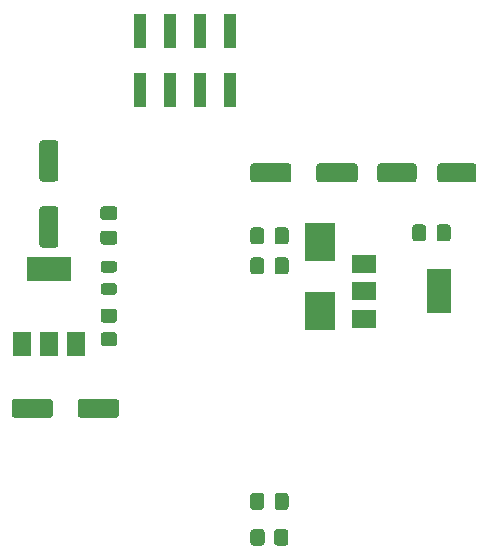
<source format=gtp>
G04 #@! TF.GenerationSoftware,KiCad,Pcbnew,(5.1.12)-1*
G04 #@! TF.CreationDate,2022-10-20T21:18:09-07:00*
G04 #@! TF.ProjectId,Transmisor_de_radio,5472616e-736d-4697-936f-725f64655f72,rev?*
G04 #@! TF.SameCoordinates,Original*
G04 #@! TF.FileFunction,Paste,Top*
G04 #@! TF.FilePolarity,Positive*
%FSLAX46Y46*%
G04 Gerber Fmt 4.6, Leading zero omitted, Abs format (unit mm)*
G04 Created by KiCad (PCBNEW (5.1.12)-1) date 2022-10-20 21:18:09*
%MOMM*%
%LPD*%
G01*
G04 APERTURE LIST*
%ADD10R,2.000000X1.500000*%
%ADD11R,2.000000X3.800000*%
%ADD12R,3.800000X2.000000*%
%ADD13R,1.500000X2.000000*%
%ADD14R,1.000000X3.000000*%
%ADD15R,2.500000X3.325000*%
G04 APERTURE END LIST*
G36*
G01*
X161027000Y-90974000D02*
X161027000Y-89874000D01*
G75*
G02*
X161277000Y-89624000I250000J0D01*
G01*
X164102000Y-89624000D01*
G75*
G02*
X164352000Y-89874000I0J-250000D01*
G01*
X164352000Y-90974000D01*
G75*
G02*
X164102000Y-91224000I-250000J0D01*
G01*
X161277000Y-91224000D01*
G75*
G02*
X161027000Y-90974000I0J250000D01*
G01*
G37*
G36*
G01*
X166102000Y-90974000D02*
X166102000Y-89874000D01*
G75*
G02*
X166352000Y-89624000I250000J0D01*
G01*
X169177000Y-89624000D01*
G75*
G02*
X169427000Y-89874000I0J-250000D01*
G01*
X169427000Y-90974000D01*
G75*
G02*
X169177000Y-91224000I-250000J0D01*
G01*
X166352000Y-91224000D01*
G75*
G02*
X166102000Y-90974000I0J250000D01*
G01*
G37*
G36*
G01*
X133570000Y-109813000D02*
X133570000Y-110913000D01*
G75*
G02*
X133320000Y-111163000I-250000J0D01*
G01*
X130320000Y-111163000D01*
G75*
G02*
X130070000Y-110913000I0J250000D01*
G01*
X130070000Y-109813000D01*
G75*
G02*
X130320000Y-109563000I250000J0D01*
G01*
X133320000Y-109563000D01*
G75*
G02*
X133570000Y-109813000I0J-250000D01*
G01*
G37*
G36*
G01*
X139170000Y-109813000D02*
X139170000Y-110913000D01*
G75*
G02*
X138920000Y-111163000I-250000J0D01*
G01*
X135920000Y-111163000D01*
G75*
G02*
X135670000Y-110913000I0J250000D01*
G01*
X135670000Y-109813000D01*
G75*
G02*
X135920000Y-109563000I250000J0D01*
G01*
X138920000Y-109563000D01*
G75*
G02*
X139170000Y-109813000I0J-250000D01*
G01*
G37*
G36*
G01*
X163983000Y-95979000D02*
X163983000Y-95029000D01*
G75*
G02*
X164233000Y-94779000I250000J0D01*
G01*
X164908000Y-94779000D01*
G75*
G02*
X165158000Y-95029000I0J-250000D01*
G01*
X165158000Y-95979000D01*
G75*
G02*
X164908000Y-96229000I-250000J0D01*
G01*
X164233000Y-96229000D01*
G75*
G02*
X163983000Y-95979000I0J250000D01*
G01*
G37*
G36*
G01*
X166058000Y-95979000D02*
X166058000Y-95029000D01*
G75*
G02*
X166308000Y-94779000I250000J0D01*
G01*
X166983000Y-94779000D01*
G75*
G02*
X167233000Y-95029000I0J-250000D01*
G01*
X167233000Y-95979000D01*
G75*
G02*
X166983000Y-96229000I-250000J0D01*
G01*
X166308000Y-96229000D01*
G75*
G02*
X166058000Y-95979000I0J250000D01*
G01*
G37*
G36*
G01*
X159363000Y-89874000D02*
X159363000Y-90974000D01*
G75*
G02*
X159113000Y-91224000I-250000J0D01*
G01*
X156113000Y-91224000D01*
G75*
G02*
X155863000Y-90974000I0J250000D01*
G01*
X155863000Y-89874000D01*
G75*
G02*
X156113000Y-89624000I250000J0D01*
G01*
X159113000Y-89624000D01*
G75*
G02*
X159363000Y-89874000I0J-250000D01*
G01*
G37*
G36*
G01*
X153763000Y-89874000D02*
X153763000Y-90974000D01*
G75*
G02*
X153513000Y-91224000I-250000J0D01*
G01*
X150513000Y-91224000D01*
G75*
G02*
X150263000Y-90974000I0J250000D01*
G01*
X150263000Y-89874000D01*
G75*
G02*
X150513000Y-89624000I250000J0D01*
G01*
X153513000Y-89624000D01*
G75*
G02*
X153763000Y-89874000I0J-250000D01*
G01*
G37*
G36*
G01*
X150267000Y-118712000D02*
X150267000Y-117762000D01*
G75*
G02*
X150517000Y-117512000I250000J0D01*
G01*
X151192000Y-117512000D01*
G75*
G02*
X151442000Y-117762000I0J-250000D01*
G01*
X151442000Y-118712000D01*
G75*
G02*
X151192000Y-118962000I-250000J0D01*
G01*
X150517000Y-118962000D01*
G75*
G02*
X150267000Y-118712000I0J250000D01*
G01*
G37*
G36*
G01*
X152342000Y-118712000D02*
X152342000Y-117762000D01*
G75*
G02*
X152592000Y-117512000I250000J0D01*
G01*
X153267000Y-117512000D01*
G75*
G02*
X153517000Y-117762000I0J-250000D01*
G01*
X153517000Y-118712000D01*
G75*
G02*
X153267000Y-118962000I-250000J0D01*
G01*
X152592000Y-118962000D01*
G75*
G02*
X152342000Y-118712000I0J250000D01*
G01*
G37*
G36*
G01*
X133773000Y-96752000D02*
X132673000Y-96752000D01*
G75*
G02*
X132423000Y-96502000I0J250000D01*
G01*
X132423000Y-93502000D01*
G75*
G02*
X132673000Y-93252000I250000J0D01*
G01*
X133773000Y-93252000D01*
G75*
G02*
X134023000Y-93502000I0J-250000D01*
G01*
X134023000Y-96502000D01*
G75*
G02*
X133773000Y-96752000I-250000J0D01*
G01*
G37*
G36*
G01*
X133773000Y-91152000D02*
X132673000Y-91152000D01*
G75*
G02*
X132423000Y-90902000I0J250000D01*
G01*
X132423000Y-87902000D01*
G75*
G02*
X132673000Y-87652000I250000J0D01*
G01*
X133773000Y-87652000D01*
G75*
G02*
X134023000Y-87902000I0J-250000D01*
G01*
X134023000Y-90902000D01*
G75*
G02*
X133773000Y-91152000I-250000J0D01*
G01*
G37*
G36*
G01*
X153517000Y-97823000D02*
X153517000Y-98773000D01*
G75*
G02*
X153267000Y-99023000I-250000J0D01*
G01*
X152592000Y-99023000D01*
G75*
G02*
X152342000Y-98773000I0J250000D01*
G01*
X152342000Y-97823000D01*
G75*
G02*
X152592000Y-97573000I250000J0D01*
G01*
X153267000Y-97573000D01*
G75*
G02*
X153517000Y-97823000I0J-250000D01*
G01*
G37*
G36*
G01*
X151442000Y-97823000D02*
X151442000Y-98773000D01*
G75*
G02*
X151192000Y-99023000I-250000J0D01*
G01*
X150517000Y-99023000D01*
G75*
G02*
X150267000Y-98773000I0J250000D01*
G01*
X150267000Y-97823000D01*
G75*
G02*
X150517000Y-97573000I250000J0D01*
G01*
X151192000Y-97573000D01*
G75*
G02*
X151442000Y-97823000I0J-250000D01*
G01*
G37*
G36*
G01*
X151442000Y-95283000D02*
X151442000Y-96233000D01*
G75*
G02*
X151192000Y-96483000I-250000J0D01*
G01*
X150517000Y-96483000D01*
G75*
G02*
X150267000Y-96233000I0J250000D01*
G01*
X150267000Y-95283000D01*
G75*
G02*
X150517000Y-95033000I250000J0D01*
G01*
X151192000Y-95033000D01*
G75*
G02*
X151442000Y-95283000I0J-250000D01*
G01*
G37*
G36*
G01*
X153517000Y-95283000D02*
X153517000Y-96233000D01*
G75*
G02*
X153267000Y-96483000I-250000J0D01*
G01*
X152592000Y-96483000D01*
G75*
G02*
X152342000Y-96233000I0J250000D01*
G01*
X152342000Y-95283000D01*
G75*
G02*
X152592000Y-95033000I250000J0D01*
G01*
X153267000Y-95033000D01*
G75*
G02*
X153517000Y-95283000I0J-250000D01*
G01*
G37*
G36*
G01*
X138778000Y-94419000D02*
X137828000Y-94419000D01*
G75*
G02*
X137578000Y-94169000I0J250000D01*
G01*
X137578000Y-93494000D01*
G75*
G02*
X137828000Y-93244000I250000J0D01*
G01*
X138778000Y-93244000D01*
G75*
G02*
X139028000Y-93494000I0J-250000D01*
G01*
X139028000Y-94169000D01*
G75*
G02*
X138778000Y-94419000I-250000J0D01*
G01*
G37*
G36*
G01*
X138778000Y-96494000D02*
X137828000Y-96494000D01*
G75*
G02*
X137578000Y-96244000I0J250000D01*
G01*
X137578000Y-95569000D01*
G75*
G02*
X137828000Y-95319000I250000J0D01*
G01*
X138778000Y-95319000D01*
G75*
G02*
X139028000Y-95569000I0J-250000D01*
G01*
X139028000Y-96244000D01*
G75*
G02*
X138778000Y-96494000I-250000J0D01*
G01*
G37*
G36*
G01*
X138759250Y-100739000D02*
X137846750Y-100739000D01*
G75*
G02*
X137603000Y-100495250I0J243750D01*
G01*
X137603000Y-100007750D01*
G75*
G02*
X137846750Y-99764000I243750J0D01*
G01*
X138759250Y-99764000D01*
G75*
G02*
X139003000Y-100007750I0J-243750D01*
G01*
X139003000Y-100495250D01*
G75*
G02*
X138759250Y-100739000I-243750J0D01*
G01*
G37*
G36*
G01*
X138759250Y-98864000D02*
X137846750Y-98864000D01*
G75*
G02*
X137603000Y-98620250I0J243750D01*
G01*
X137603000Y-98132750D01*
G75*
G02*
X137846750Y-97889000I243750J0D01*
G01*
X138759250Y-97889000D01*
G75*
G02*
X139003000Y-98132750I0J-243750D01*
G01*
X139003000Y-98620250D01*
G75*
G02*
X138759250Y-98864000I-243750J0D01*
G01*
G37*
G36*
G01*
X138753001Y-105105000D02*
X137852999Y-105105000D01*
G75*
G02*
X137603000Y-104855001I0J249999D01*
G01*
X137603000Y-104154999D01*
G75*
G02*
X137852999Y-103905000I249999J0D01*
G01*
X138753001Y-103905000D01*
G75*
G02*
X139003000Y-104154999I0J-249999D01*
G01*
X139003000Y-104855001D01*
G75*
G02*
X138753001Y-105105000I-249999J0D01*
G01*
G37*
G36*
G01*
X138753001Y-103105000D02*
X137852999Y-103105000D01*
G75*
G02*
X137603000Y-102855001I0J249999D01*
G01*
X137603000Y-102154999D01*
G75*
G02*
X137852999Y-101905000I249999J0D01*
G01*
X138753001Y-101905000D01*
G75*
G02*
X139003000Y-102154999I0J-249999D01*
G01*
X139003000Y-102855001D01*
G75*
G02*
X138753001Y-103105000I-249999J0D01*
G01*
G37*
G36*
G01*
X151492000Y-120834999D02*
X151492000Y-121735001D01*
G75*
G02*
X151242001Y-121985000I-249999J0D01*
G01*
X150541999Y-121985000D01*
G75*
G02*
X150292000Y-121735001I0J249999D01*
G01*
X150292000Y-120834999D01*
G75*
G02*
X150541999Y-120585000I249999J0D01*
G01*
X151242001Y-120585000D01*
G75*
G02*
X151492000Y-120834999I0J-249999D01*
G01*
G37*
G36*
G01*
X153492000Y-120834999D02*
X153492000Y-121735001D01*
G75*
G02*
X153242001Y-121985000I-249999J0D01*
G01*
X152541999Y-121985000D01*
G75*
G02*
X152292000Y-121735001I0J249999D01*
G01*
X152292000Y-120834999D01*
G75*
G02*
X152541999Y-120585000I249999J0D01*
G01*
X153242001Y-120585000D01*
G75*
G02*
X153492000Y-120834999I0J-249999D01*
G01*
G37*
D10*
X159918000Y-98157000D03*
X159918000Y-102757000D03*
X159918000Y-100457000D03*
D11*
X166218000Y-100457000D03*
D12*
X133223000Y-98577000D03*
D13*
X133223000Y-104877000D03*
X135523000Y-104877000D03*
X130923000Y-104877000D03*
D14*
X148590000Y-83419000D03*
X148590000Y-78379000D03*
X146050000Y-83419000D03*
X146050000Y-78379000D03*
X143510000Y-83419000D03*
X143510000Y-78379000D03*
X140970000Y-83419000D03*
X140970000Y-78379000D03*
D15*
X156210000Y-102099500D03*
X156210000Y-96274500D03*
M02*

</source>
